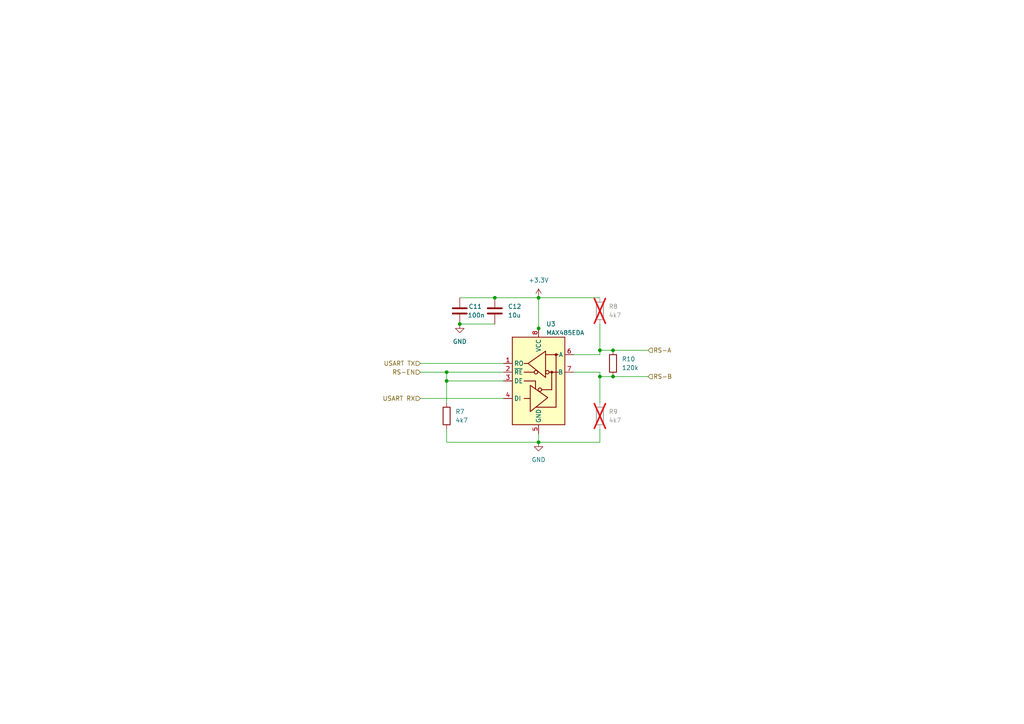
<source format=kicad_sch>
(kicad_sch (version 20231120) (generator "eeschema") (generator_version "8.0")
  (paper "A4")
  (title_block (date "2024-04-18") (rev "V1") (comment 1 "22619291") (comment 2 "DP Theron"))
  (lib_symbols
    (symbol "Device:C" (pin_numbers hide) (pin_names (offset 0.254))
      (property "Reference" "C" (at 0.635 2.54 0))
      (property "Value" "C" (at 0.635 -2.54 0))
      (symbol "C_0_1"
        (polyline (pts (xy -2.032 -0.762) (xy 2.032 -0.762)) (stroke (width 0.508)))
        (polyline (pts (xy -2.032 0.762) (xy 2.032 0.762)) (stroke (width 0.508)))
      )
      (symbol "C_1_1"
        (pin passive line (at 0 3.81 270) (length 2.794) (name "~") (number "1"))
        (pin passive line (at 0 -3.81 90) (length 2.794) (name "~") (number "2"))
      )
    )
    (symbol "Device:R" (pin_numbers hide) (pin_names (offset 0))
      (property "Reference" "R" (at 2.032 0 90))
      (property "Value" "R" (at 0 0 90))
      (symbol "R_0_1"
        (rectangle (start -1.016 -2.54) (end 1.016 2.54) (stroke (width 0.254)))
      )
      (symbol "R_1_1"
        (pin passive line (at 0 3.81 270) (length 1.27) (name "~") (number "1"))
        (pin passive line (at 0 -3.81 90) (length 1.27) (name "~") (number "2"))
      )
    )
    (symbol "ESL_PQ:LTC2850xS8"
      (property "Reference" "U2" (at 2.1941 17.78 0))
      (property "Value" "MAX485ESA+T" (at 2.1941 15.24 0))
      (symbol "LTC2850xS8_0_1"
        (rectangle (start -7.62 12.7) (end 7.62 -12.7) (stroke (width 0.254)) (fill (type background)))
        (polyline (pts (xy -4.191 2.54) (xy -1.27 2.54)) (stroke (width 0.254)))
        (polyline (pts (xy -2.54 -5.08) (xy -4.191 -5.08)) (stroke (width 0.254)))
        (polyline (pts (xy -0.635 -7.62) (xy 5.08 -7.62)) (stroke (width 0.254)))
        (polyline (pts (xy 0.889 -2.54) (xy 3.81 -2.54)) (stroke (width 0.254)))
        (polyline (pts (xy 2.032 7.62) (xy 5.715 7.62)) (stroke (width 0.254)))
        (polyline (pts (xy 3.048 2.54) (xy 5.715 2.54)) (stroke (width 0.254)))
        (polyline (pts (xy 3.81 -2.54) (xy 3.81 2.54)) (stroke (width 0.254)))
        (polyline (pts (xy 5.08 -7.62) (xy 5.08 7.62)) (stroke (width 0.254)))
        (polyline (pts (xy -4.191 0) (xy -0.889 0) (xy -0.889 -2.286)) (stroke (width 0.254)))
        (polyline (pts (xy -3.175 5.08) (xy -4.191 5.08) (xy -4.064 5.08)) (stroke (width 0.254)))
        (polyline (pts (xy -2.413 -5.08) (xy -2.413 -1.27) (xy 2.667 -4.826) (xy -2.413 -8.89) (xy -2.413 -5.08)) (stroke (width 0.254)))
        (circle (center 0.381 -2.54) (radius 0.508) (stroke (width 0.254)))
        (circle (center 3.81 2.54) (radius 0.2794) (stroke (width 0.254)) (fill (type outline)))
      )
      (symbol "LTC2850xS8_1_1"
        (circle (center -0.762 2.54) (radius 0.508) (stroke (width 0.254)))
        (polyline (pts (xy 2.032 4.826) (xy 2.032 8.636) (xy -3.048 5.08) (xy 2.032 1.016) (xy 2.032 4.826)) (stroke (width 0.254)))
        (circle (center 2.54 2.54) (radius 0.508) (stroke (width 0.254)))
        (circle (center 5.08 7.62) (radius 0.2794) (stroke (width 0.254)) (fill (type outline)))
        (pin output line (at -10.16 5.08 0) (length 2.54) (name "RO") (number "1"))
        (pin input line (at -10.16 2.54 0) (length 2.54) (name "~{RE}") (number "2"))
        (pin input line (at -10.16 0 0) (length 2.54) (name "DE") (number "3"))
        (pin input line (at -10.16 -5.08 0) (length 2.54) (name "DI") (number "4"))
        (pin power_in line (at 0 -15.24 90) (length 2.54) (name "GND") (number "5"))
        (pin bidirectional line (at 10.16 7.62 180) (length 2.54) (name "A") (number "6"))
        (pin bidirectional line (at 10.16 2.54 180) (length 2.54) (name "B") (number "7"))
        (pin power_in line (at 0 15.24 270) (length 2.54) (name "VCC") (number "8"))
      )
    )
    (symbol "power:+3.3V" (power) (pin_numbers hide) (pin_names (offset 0) hide)
      (property "Value" "+3.3V" (at 0 3.556 0))
      (symbol "+3.3V_0_1"
        (polyline (pts (xy -0.762 1.27) (xy 0 2.54)))
        (polyline (pts (xy 0 0) (xy 0 2.54)))
        (polyline (pts (xy 0 2.54) (xy 0.762 1.27)))
      )
      (symbol "+3.3V_1_1"
        (pin power_in line (at 0 0 90) (length 0) (name "~") (number "1"))
      )
    )
    (symbol "power:GND" (power) (pin_names (offset 0))
      (property "Value" "GND" (at 0 -3.81 0))
      (symbol "GND_0_1"
        (polyline (pts (xy 0 0) (xy 0 -1.27) (xy 1.27 -1.27) (xy 0 -2.54) (xy -1.27 -1.27) (xy 0 -1.27)))
      )
      (symbol "GND_1_1"
        (pin power_in line (at 0 0 270) (length 0) hide (name "GND") (number "1"))
      )
    )
  )
  (junction (at 129.54 107.95))
  (junction (at 133.35 93.98))
  (junction (at 177.8 101.6))
  (junction (at 156.21 128.27))
  (junction (at 156.21 95.25))
  (junction (at 173.99 109.22))
  (junction (at 143.51 86.36))
  (junction (at 156.21 86.36))
  (junction (at 129.54 110.49))
  (junction (at 173.99 101.6))
  (junction (at 177.8 109.22))
  (wire (pts (xy 156.21 86.36) (xy 143.51 86.36)))
  (wire (pts (xy 177.8 101.6) (xy 173.99 101.6)))
  (wire (pts (xy 173.99 109.22) (xy 173.99 116.84)))
  (wire (pts (xy 156.21 96.52) (xy 156.21 95.25)))
  (wire (pts (xy 146.05 110.49) (xy 129.54 110.49)))
  (wire (pts (xy 156.21 128.27) (xy 173.99 128.27)))
  (wire (pts (xy 121.92 107.95) (xy 129.54 107.95)))
  (wire (pts (xy 129.54 124.46) (xy 129.54 128.27)))
  (wire (pts (xy 177.8 101.6) (xy 187.96 101.6)))
  (wire (pts (xy 173.99 107.95) (xy 166.37 107.95)))
  (wire (pts (xy 121.92 115.57) (xy 146.05 115.57)))
  (wire (pts (xy 177.8 109.22) (xy 187.96 109.22)))
  (wire (pts (xy 173.99 86.36) (xy 156.21 86.36)))
  (wire (pts (xy 133.35 93.98) (xy 143.51 93.98)))
  (wire (pts (xy 173.99 109.22) (xy 173.99 107.95)))
  (wire (pts (xy 156.21 86.36) (xy 156.21 95.25)))
  (wire (pts (xy 129.54 107.95) (xy 146.05 107.95)))
  (wire (pts (xy 129.54 110.49) (xy 129.54 116.84)))
  (wire (pts (xy 173.99 93.98) (xy 173.99 101.6)))
  (wire (pts (xy 129.54 128.27) (xy 156.21 128.27)))
  (wire (pts (xy 173.99 102.87) (xy 166.37 102.87)))
  (wire (pts (xy 133.35 86.36) (xy 143.51 86.36)))
  (wire (pts (xy 156.21 125.73) (xy 156.21 128.27)))
  (wire (pts (xy 173.99 101.6) (xy 173.99 102.87)))
  (wire (pts (xy 129.54 110.49) (xy 129.54 107.95)))
  (wire (pts (xy 121.92 105.41) (xy 146.05 105.41)))
  (wire (pts (xy 177.8 109.22) (xy 173.99 109.22)))
  (wire (pts (xy 173.99 128.27) (xy 173.99 124.46)))
  (hierarchical_label "RS-EN" (shape input) (at 121.92 107.95 180))
  (hierarchical_label "USART TX" (shape input) (at 121.92 105.41 180))
  (hierarchical_label "RS-B" (shape input) (at 187.96 109.22 0))
  (hierarchical_label "USART RX" (shape input) (at 121.92 115.57 180))
  (hierarchical_label "RS-A" (shape input) (at 187.96 101.6 0))
  (symbol (lib_id "ESL_PQ:LTC2850xS8") (at 156.21 110.49 0) (unit 1)
    (property "Reference" "U3" (at 158.4041 93.98 0) (effects (justify left)))
    (property "Value" "MAX485EDA" (at 158.4041 96.52 0) (effects (justify left)))
    (property "Footprint" "Package_SO:SOIC-8_3.9x4.9mm_P1.27mm" (effects (hide yes)))
    (property "JLCPCB #" "C19738" (effects (hide yes)))
  )
  (symbol (lib_id "Device:R") (at 129.54 120.65 0) (unit 1)
    (property "Reference" "R7" (at 132.08 119.3799 0) (effects (justify left)))
    (property "Value" "4k7" (at 132.08 121.9199 0) (effects (justify left)))
    (property "Footprint" "Resistor_SMD:R_0603_1608Metric" (effects (hide yes)))
    (property "Description" "Resistor" (effects (hide yes)))
    (property "JLCPCB #" "C25765" (effects (hide yes)))
  )
  (symbol (lib_id "Device:C") (at 133.35 90.17 0) (unit 1)
    (property "Reference" "C11" (at 135.89 88.9 0) (effects (justify left)))
    (property "Value" "100n" (at 135.636 91.44 0) (effects (justify left)))
    (property "Footprint" "Capacitor_SMD:C_0603_1608Metric" (effects (hide yes)))
    (property "Description" "Unpolarized capacitor" (effects (hide yes)))
    (property "JLCPCB #" "C85953" (effects (hide yes)))
  )
  (symbol (lib_id "Device:R") (at 173.99 120.65 0) (unit 1) (dnp yes)
    (property "Reference" "R9" (at 176.53 119.3799 0) (effects (justify left)))
    (property "Value" "4k7" (at 176.53 121.9199 0) (effects (justify left)))
    (property "Footprint" "Resistor_SMD:R_0603_1608Metric" (effects (hide yes)))
    (property "Description" "Resistor" (effects (hide yes)))
    (property "JLCPCB #" "C25765" (effects (hide yes)))
  )
  (symbol (lib_id "Device:C") (at 143.51 90.17 0) (unit 1)
    (property "Reference" "C12" (at 147.32 88.8999 0) (effects (justify left)))
    (property "Value" "10u" (at 147.32 91.4399 0) (effects (justify left)))
    (property "Footprint" "Capacitor_SMD:C_0603_1608Metric" (effects (hide yes)))
    (property "Description" "Unpolarized capacitor" (effects (hide yes)))
    (property "JLCPCB #" "C668351" (effects (hide yes)))
  )
  (symbol (lib_id "Device:R") (at 173.99 90.17 0) (unit 1) (dnp yes)
    (property "Reference" "R8" (at 176.53 88.8999 0) (effects (justify left)))
    (property "Value" "4k7" (at 176.53 91.4399 0) (effects (justify left)))
    (property "Footprint" "Resistor_SMD:R_0603_1608Metric" (effects (hide yes)))
    (property "Description" "Resistor" (effects (hide yes)))
    (property "JLCPCB #" "C25765" (effects (hide yes)))
  )
  (symbol (lib_id "Device:R") (at 177.8 105.41 0) (unit 1)
    (property "Reference" "R10" (at 180.34 104.1399 0) (effects (justify left)))
    (property "Value" "120k" (at 180.34 106.6799 0) (effects (justify left)))
    (property "Footprint" "Resistor_SMD:R_0603_1608Metric" (effects (hide yes)))
    (property "Description" "Resistor" (effects (hide yes)))
    (property "JLCPCB #" "C423316" (effects (hide yes)))
  )
  (symbol (lib_id "power:+3.3V") (at 156.21 86.36 0) (unit 1)
    (property "Reference" "#PWR028" (effects (hide yes)))
    (property "Value" "+3.3V" (at 156.21 81.28 0))
    (property "Description" "Power symbol creates a global label with name \"+3.3V\"" (effects (hide yes)))
  )
  (symbol (lib_id "power:GND") (at 133.35 93.98 0) (unit 1)
    (property "Reference" "#PWR016" (effects (hide yes)))
    (property "Value" "GND" (at 133.35 99.06 0))
    (property "Description" "Power symbol creates a global label with name \"GND\" , ground" (effects (hide yes)))
  )
  (symbol (lib_id "power:GND") (at 156.21 128.27 0) (unit 1)
    (property "Reference" "#PWR024" (effects (hide yes)))
    (property "Value" "GND" (at 156.21 133.35 0))
    (property "Description" "Power symbol creates a global label with name \"GND\" , ground" (effects (hide yes)))
  )
)
</source>
